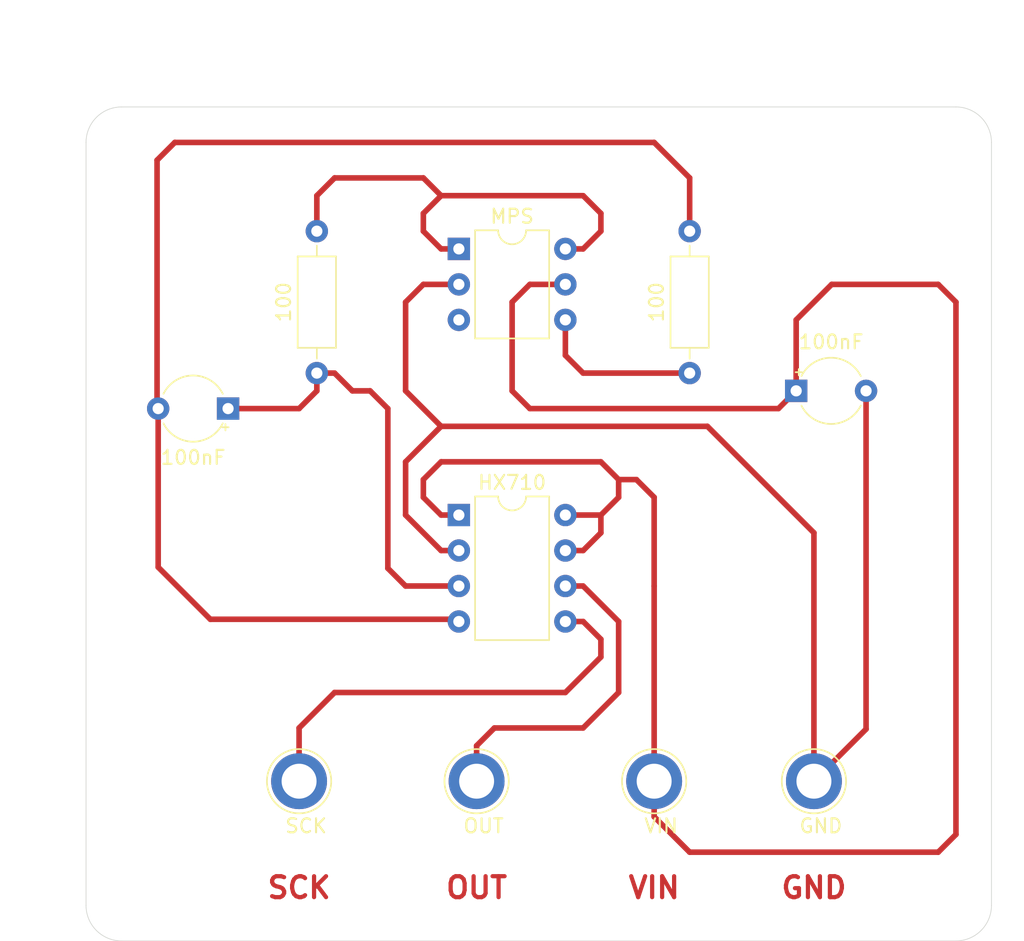
<source format=kicad_pcb>
(kicad_pcb (version 20171130) (host pcbnew 5.1.9+dfsg1-1)

  (general
    (thickness 1.6)
    (drawings 12)
    (tracks 94)
    (zones 0)
    (modules 10)
    (nets 1)
  )

  (page A4)
  (layers
    (0 F.Cu signal)
    (31 B.Cu signal)
    (32 B.Adhes user)
    (33 F.Adhes user)
    (34 B.Paste user)
    (35 F.Paste user)
    (36 B.SilkS user)
    (37 F.SilkS user)
    (38 B.Mask user)
    (39 F.Mask user)
    (40 Dwgs.User user)
    (41 Cmts.User user)
    (42 Eco1.User user)
    (43 Eco2.User user)
    (44 Edge.Cuts user)
    (45 Margin user)
    (46 B.CrtYd user)
    (47 F.CrtYd user)
    (48 B.Fab user)
    (49 F.Fab user)
  )

  (setup
    (last_trace_width 0.25)
    (user_trace_width 0.4)
    (trace_clearance 0.2)
    (zone_clearance 0.508)
    (zone_45_only no)
    (trace_min 0.2)
    (via_size 0.8)
    (via_drill 0.4)
    (via_min_size 0.4)
    (via_min_drill 0.3)
    (uvia_size 0.3)
    (uvia_drill 0.1)
    (uvias_allowed no)
    (uvia_min_size 0.2)
    (uvia_min_drill 0.1)
    (edge_width 0.05)
    (segment_width 0.2)
    (pcb_text_width 0.3)
    (pcb_text_size 1.5 1.5)
    (mod_edge_width 0.12)
    (mod_text_size 1 1)
    (mod_text_width 0.15)
    (pad_size 1.524 1.524)
    (pad_drill 0.762)
    (pad_to_mask_clearance 0)
    (aux_axis_origin 0 0)
    (visible_elements FFFFFF7F)
    (pcbplotparams
      (layerselection 0x01000_7fffffff)
      (usegerberextensions false)
      (usegerberattributes true)
      (usegerberadvancedattributes true)
      (creategerberjobfile true)
      (excludeedgelayer true)
      (linewidth 0.100000)
      (plotframeref false)
      (viasonmask false)
      (mode 1)
      (useauxorigin false)
      (hpglpennumber 1)
      (hpglpenspeed 20)
      (hpglpendiameter 15.000000)
      (psnegative false)
      (psa4output false)
      (plotreference false)
      (plotvalue false)
      (plotinvisibletext false)
      (padsonsilk false)
      (subtractmaskfromsilk false)
      (outputformat 1)
      (mirror false)
      (drillshape 0)
      (scaleselection 1)
      (outputdirectory "gerbers/"))
  )

  (net 0 "")

  (net_class Default "This is the default net class."
    (clearance 0.2)
    (trace_width 0.25)
    (via_dia 0.8)
    (via_drill 0.4)
    (uvia_dia 0.3)
    (uvia_drill 0.1)
  )

  (module TestPoint:TestPoint_Loop_D3.80mm_Drill2.5mm (layer F.Cu) (tedit 5A0F774F) (tstamp 60839C63)
    (at 113.03 90.17)
    (descr "wire loop as test point, loop diameter 3.8mm, hole diameter 2.5mm")
    (tags "test point wire loop bead")
    (fp_text reference GND (at 0.5 3.2) (layer F.SilkS)
      (effects (font (size 1 1) (thickness 0.15)))
    )
    (fp_text value TestPoint_Loop_D3.80mm_Drill2.5mm (at 0 -2.8) (layer F.Fab)
      (effects (font (size 1 1) (thickness 0.15)))
    )
    (fp_line (start -1.9 -0.3) (end -1.9 0.3) (layer F.Fab) (width 0.12))
    (fp_line (start -1.9 0.3) (end 1.9 0.3) (layer F.Fab) (width 0.12))
    (fp_line (start 1.9 0.3) (end 1.9 -0.3) (layer F.Fab) (width 0.12))
    (fp_line (start 1.9 -0.3) (end -1.9 -0.3) (layer F.Fab) (width 0.12))
    (fp_circle (center 0 0) (end 2.5 0) (layer F.CrtYd) (width 0.05))
    (fp_circle (center 0 0) (end 2.3 0) (layer F.SilkS) (width 0.12))
    (fp_text user %R (at 0.5 3.2) (layer F.Fab)
      (effects (font (size 1 1) (thickness 0.15)))
    )
    (pad 1 thru_hole circle (at 0 0) (size 4 4) (drill 2.5) (layers *.Cu *.Mask))
    (model ${KISYS3DMOD}/TestPoint.3dshapes/TestPoint_Loop_D3.80mm_Drill2.5mm.wrl
      (at (xyz 0 0 0))
      (scale (xyz 1 1 1))
      (rotate (xyz 0 0 0))
    )
  )

  (module TestPoint:TestPoint_Loop_D3.80mm_Drill2.5mm (layer F.Cu) (tedit 5A0F774F) (tstamp 60839C36)
    (at 101.6 90.17)
    (descr "wire loop as test point, loop diameter 3.8mm, hole diameter 2.5mm")
    (tags "test point wire loop bead")
    (fp_text reference VIN (at 0.5 3.2) (layer F.SilkS)
      (effects (font (size 1 1) (thickness 0.15)))
    )
    (fp_text value TestPoint_Loop_D3.80mm_Drill2.5mm (at 0 -2.8) (layer F.Fab)
      (effects (font (size 1 1) (thickness 0.15)))
    )
    (fp_line (start -1.9 -0.3) (end -1.9 0.3) (layer F.Fab) (width 0.12))
    (fp_line (start -1.9 0.3) (end 1.9 0.3) (layer F.Fab) (width 0.12))
    (fp_line (start 1.9 0.3) (end 1.9 -0.3) (layer F.Fab) (width 0.12))
    (fp_line (start 1.9 -0.3) (end -1.9 -0.3) (layer F.Fab) (width 0.12))
    (fp_circle (center 0 0) (end 2.5 0) (layer F.CrtYd) (width 0.05))
    (fp_circle (center 0 0) (end 2.3 0) (layer F.SilkS) (width 0.12))
    (fp_text user %R (at 0.5 3.2) (layer F.Fab)
      (effects (font (size 1 1) (thickness 0.15)))
    )
    (pad 1 thru_hole circle (at 0 0) (size 4 4) (drill 2.5) (layers *.Cu *.Mask))
    (model ${KISYS3DMOD}/TestPoint.3dshapes/TestPoint_Loop_D3.80mm_Drill2.5mm.wrl
      (at (xyz 0 0 0))
      (scale (xyz 1 1 1))
      (rotate (xyz 0 0 0))
    )
  )

  (module TestPoint:TestPoint_Loop_D3.80mm_Drill2.5mm (layer F.Cu) (tedit 5A0F774F) (tstamp 60839C09)
    (at 88.9 90.17)
    (descr "wire loop as test point, loop diameter 3.8mm, hole diameter 2.5mm")
    (tags "test point wire loop bead")
    (fp_text reference OUT (at 0.5 3.2) (layer F.SilkS)
      (effects (font (size 1 1) (thickness 0.15)))
    )
    (fp_text value TestPoint_Loop_D3.80mm_Drill2.5mm (at 0 -2.8) (layer F.Fab)
      (effects (font (size 1 1) (thickness 0.15)))
    )
    (fp_line (start -1.9 -0.3) (end -1.9 0.3) (layer F.Fab) (width 0.12))
    (fp_line (start -1.9 0.3) (end 1.9 0.3) (layer F.Fab) (width 0.12))
    (fp_line (start 1.9 0.3) (end 1.9 -0.3) (layer F.Fab) (width 0.12))
    (fp_line (start 1.9 -0.3) (end -1.9 -0.3) (layer F.Fab) (width 0.12))
    (fp_circle (center 0 0) (end 2.5 0) (layer F.CrtYd) (width 0.05))
    (fp_circle (center 0 0) (end 2.3 0) (layer F.SilkS) (width 0.12))
    (fp_text user %R (at 0.5 3.2) (layer F.Fab)
      (effects (font (size 1 1) (thickness 0.15)))
    )
    (pad 1 thru_hole circle (at 0 0) (size 4 4) (drill 2.5) (layers *.Cu *.Mask))
    (model ${KISYS3DMOD}/TestPoint.3dshapes/TestPoint_Loop_D3.80mm_Drill2.5mm.wrl
      (at (xyz 0 0 0))
      (scale (xyz 1 1 1))
      (rotate (xyz 0 0 0))
    )
  )

  (module TestPoint:TestPoint_Loop_D3.80mm_Drill2.5mm (layer F.Cu) (tedit 5A0F774F) (tstamp 60839BDC)
    (at 76.2 90.17)
    (descr "wire loop as test point, loop diameter 3.8mm, hole diameter 2.5mm")
    (tags "test point wire loop bead")
    (fp_text reference SCK (at 0.5 3.2) (layer F.SilkS)
      (effects (font (size 1 1) (thickness 0.15)))
    )
    (fp_text value TestPoint_Loop_D3.80mm_Drill2.5mm (at 0 -2.8) (layer F.Fab)
      (effects (font (size 1 1) (thickness 0.15)))
    )
    (fp_line (start -1.9 -0.3) (end -1.9 0.3) (layer F.Fab) (width 0.12))
    (fp_line (start -1.9 0.3) (end 1.9 0.3) (layer F.Fab) (width 0.12))
    (fp_line (start 1.9 0.3) (end 1.9 -0.3) (layer F.Fab) (width 0.12))
    (fp_line (start 1.9 -0.3) (end -1.9 -0.3) (layer F.Fab) (width 0.12))
    (fp_circle (center 0 0) (end 2.5 0) (layer F.CrtYd) (width 0.05))
    (fp_circle (center 0 0) (end 2.3 0) (layer F.SilkS) (width 0.12))
    (pad 1 thru_hole circle (at 0 0) (size 4 4) (drill 2.5) (layers *.Cu *.Mask))
    (model ${KISYS3DMOD}/TestPoint.3dshapes/TestPoint_Loop_D3.80mm_Drill2.5mm.wrl
      (at (xyz 0 0 0))
      (scale (xyz 1 1 1))
      (rotate (xyz 0 0 0))
    )
  )

  (module Capacitor_THT:CP_Radial_Tantal_D4.5mm_P5.00mm (layer F.Cu) (tedit 5AE50EF0) (tstamp 60839847)
    (at 71.12 63.5 180)
    (descr "CP, Radial_Tantal series, Radial, pin pitch=5.00mm, , diameter=4.5mm, Tantal Electrolytic Capacitor, http://cdn-reichelt.de/documents/datenblatt/B300/TANTAL-TB-Serie%23.pdf")
    (tags "CP Radial_Tantal series Radial pin pitch 5.00mm  diameter 4.5mm Tantal Electrolytic Capacitor")
    (fp_text reference 100nF (at 2.5 -3.5) (layer F.SilkS)
      (effects (font (size 1 1) (thickness 0.15)))
    )
    (fp_text value CP_Radial_Tantal_D4.5mm_P5.00mm (at 2.5 3.5) (layer F.Fab)
      (effects (font (size 1 1) (thickness 0.15)))
    )
    (fp_circle (center 2.5 0) (end 4.75 0) (layer F.Fab) (width 0.1))
    (fp_circle (center 2.5 0) (end 6.22 0) (layer F.CrtYd) (width 0.05))
    (fp_line (start 0.58192 -0.9775) (end 1.03192 -0.9775) (layer F.Fab) (width 0.1))
    (fp_line (start 0.80692 -1.2025) (end 0.80692 -0.7525) (layer F.Fab) (width 0.1))
    (fp_line (start -0.037288 -1.335) (end 0.412712 -1.335) (layer F.SilkS) (width 0.12))
    (fp_line (start 0.187712 -1.56) (end 0.187712 -1.11) (layer F.SilkS) (width 0.12))
    (fp_text user %R (at 2.5 0) (layer F.Fab)
      (effects (font (size 0.9 0.9) (thickness 0.135)))
    )
    (fp_arc (start 2.5 0) (end 0.380259 1.06) (angle -126.864288) (layer F.SilkS) (width 0.12))
    (fp_arc (start 2.5 0) (end 0.380259 -1.06) (angle 126.864288) (layer F.SilkS) (width 0.12))
    (pad 2 thru_hole circle (at 5 0 180) (size 1.6 1.6) (drill 0.8) (layers *.Cu *.Mask))
    (pad 1 thru_hole rect (at 0 0 180) (size 1.6 1.6) (drill 0.8) (layers *.Cu *.Mask))
    (model ${KISYS3DMOD}/Capacitor_THT.3dshapes/CP_Radial_Tantal_D4.5mm_P5.00mm.wrl
      (at (xyz 0 0 0))
      (scale (xyz 1 1 1))
      (rotate (xyz 0 0 0))
    )
  )

  (module Capacitor_THT:CP_Radial_Tantal_D4.5mm_P5.00mm (layer F.Cu) (tedit 5AE50EF0) (tstamp 6083980E)
    (at 111.76 62.23)
    (descr "CP, Radial_Tantal series, Radial, pin pitch=5.00mm, , diameter=4.5mm, Tantal Electrolytic Capacitor, http://cdn-reichelt.de/documents/datenblatt/B300/TANTAL-TB-Serie%23.pdf")
    (tags "CP Radial_Tantal series Radial pin pitch 5.00mm  diameter 4.5mm Tantal Electrolytic Capacitor")
    (fp_text reference 100nF (at 2.5 -3.5) (layer F.SilkS)
      (effects (font (size 1 1) (thickness 0.15)))
    )
    (fp_text value CP_Radial_Tantal_D4.5mm_P5.00mm (at 2.5 3.5) (layer F.Fab)
      (effects (font (size 1 1) (thickness 0.15)))
    )
    (fp_line (start 0.187712 -1.56) (end 0.187712 -1.11) (layer F.SilkS) (width 0.12))
    (fp_line (start -0.037288 -1.335) (end 0.412712 -1.335) (layer F.SilkS) (width 0.12))
    (fp_line (start 0.80692 -1.2025) (end 0.80692 -0.7525) (layer F.Fab) (width 0.1))
    (fp_line (start 0.58192 -0.9775) (end 1.03192 -0.9775) (layer F.Fab) (width 0.1))
    (fp_circle (center 2.5 0) (end 6.22 0) (layer F.CrtYd) (width 0.05))
    (fp_circle (center 2.5 0) (end 4.75 0) (layer F.Fab) (width 0.1))
    (fp_arc (start 2.5 0) (end 0.380259 -1.06) (angle 126.864288) (layer F.SilkS) (width 0.12))
    (fp_arc (start 2.5 0) (end 0.380259 1.06) (angle -126.864288) (layer F.SilkS) (width 0.12))
    (fp_text user %R (at 2.5 0) (layer F.Fab)
      (effects (font (size 0.9 0.9) (thickness 0.135)))
    )
    (pad 1 thru_hole rect (at 0 0) (size 1.6 1.6) (drill 0.8) (layers *.Cu *.Mask))
    (pad 2 thru_hole circle (at 5 0) (size 1.6 1.6) (drill 0.8) (layers *.Cu *.Mask))
    (model ${KISYS3DMOD}/Capacitor_THT.3dshapes/CP_Radial_Tantal_D4.5mm_P5.00mm.wrl
      (at (xyz 0 0 0))
      (scale (xyz 1 1 1))
      (rotate (xyz 0 0 0))
    )
  )

  (module Resistor_THT:R_Axial_DIN0207_L6.3mm_D2.5mm_P10.16mm_Horizontal (layer F.Cu) (tedit 5AE5139B) (tstamp 60831A45)
    (at 104.14 60.96 90)
    (descr "Resistor, Axial_DIN0207 series, Axial, Horizontal, pin pitch=10.16mm, 0.25W = 1/4W, length*diameter=6.3*2.5mm^2, http://cdn-reichelt.de/documents/datenblatt/B400/1_4W%23YAG.pdf")
    (tags "Resistor Axial_DIN0207 series Axial Horizontal pin pitch 10.16mm 0.25W = 1/4W length 6.3mm diameter 2.5mm")
    (fp_text reference 100 (at 5.08 -2.37 90) (layer F.SilkS)
      (effects (font (size 1 1) (thickness 0.15)))
    )
    (fp_text value R_Axial_DIN0207_L6.3mm_D2.5mm_P10.16mm_Horizontal (at 5.08 2.37 90) (layer F.Fab)
      (effects (font (size 1 1) (thickness 0.15)))
    )
    (fp_line (start 11.21 -1.5) (end -1.05 -1.5) (layer F.CrtYd) (width 0.05))
    (fp_line (start 11.21 1.5) (end 11.21 -1.5) (layer F.CrtYd) (width 0.05))
    (fp_line (start -1.05 1.5) (end 11.21 1.5) (layer F.CrtYd) (width 0.05))
    (fp_line (start -1.05 -1.5) (end -1.05 1.5) (layer F.CrtYd) (width 0.05))
    (fp_line (start 9.12 0) (end 8.35 0) (layer F.SilkS) (width 0.12))
    (fp_line (start 1.04 0) (end 1.81 0) (layer F.SilkS) (width 0.12))
    (fp_line (start 8.35 -1.37) (end 1.81 -1.37) (layer F.SilkS) (width 0.12))
    (fp_line (start 8.35 1.37) (end 8.35 -1.37) (layer F.SilkS) (width 0.12))
    (fp_line (start 1.81 1.37) (end 8.35 1.37) (layer F.SilkS) (width 0.12))
    (fp_line (start 1.81 -1.37) (end 1.81 1.37) (layer F.SilkS) (width 0.12))
    (fp_line (start 10.16 0) (end 8.23 0) (layer F.Fab) (width 0.1))
    (fp_line (start 0 0) (end 1.93 0) (layer F.Fab) (width 0.1))
    (fp_line (start 8.23 -1.25) (end 1.93 -1.25) (layer F.Fab) (width 0.1))
    (fp_line (start 8.23 1.25) (end 8.23 -1.25) (layer F.Fab) (width 0.1))
    (fp_line (start 1.93 1.25) (end 8.23 1.25) (layer F.Fab) (width 0.1))
    (fp_line (start 1.93 -1.25) (end 1.93 1.25) (layer F.Fab) (width 0.1))
    (fp_text user %R (at 5.08 0 90) (layer F.Fab)
      (effects (font (size 1 1) (thickness 0.15)))
    )
    (pad 1 thru_hole circle (at 0 0 90) (size 1.6 1.6) (drill 0.8) (layers *.Cu *.Mask))
    (pad 2 thru_hole oval (at 10.16 0 90) (size 1.6 1.6) (drill 0.8) (layers *.Cu *.Mask))
    (model ${KISYS3DMOD}/Resistor_THT.3dshapes/R_Axial_DIN0207_L6.3mm_D2.5mm_P10.16mm_Horizontal.wrl
      (at (xyz 0 0 0))
      (scale (xyz 1 1 1))
      (rotate (xyz 0 0 0))
    )
  )

  (module Resistor_THT:R_Axial_DIN0207_L6.3mm_D2.5mm_P10.16mm_Horizontal (layer F.Cu) (tedit 5AE5139B) (tstamp 608319EC)
    (at 77.47 60.96 90)
    (descr "Resistor, Axial_DIN0207 series, Axial, Horizontal, pin pitch=10.16mm, 0.25W = 1/4W, length*diameter=6.3*2.5mm^2, http://cdn-reichelt.de/documents/datenblatt/B400/1_4W%23YAG.pdf")
    (tags "Resistor Axial_DIN0207 series Axial Horizontal pin pitch 10.16mm 0.25W = 1/4W length 6.3mm diameter 2.5mm")
    (fp_text reference 100 (at 5.08 -2.37 90) (layer F.SilkS)
      (effects (font (size 1 1) (thickness 0.15)))
    )
    (fp_text value R_Axial_DIN0207_L6.3mm_D2.5mm_P10.16mm_Horizontal (at 5.08 2.37 90) (layer F.Fab)
      (effects (font (size 1 1) (thickness 0.15)))
    )
    (fp_line (start 11.21 -1.5) (end -1.05 -1.5) (layer F.CrtYd) (width 0.05))
    (fp_line (start 11.21 1.5) (end 11.21 -1.5) (layer F.CrtYd) (width 0.05))
    (fp_line (start -1.05 1.5) (end 11.21 1.5) (layer F.CrtYd) (width 0.05))
    (fp_line (start -1.05 -1.5) (end -1.05 1.5) (layer F.CrtYd) (width 0.05))
    (fp_line (start 9.12 0) (end 8.35 0) (layer F.SilkS) (width 0.12))
    (fp_line (start 1.04 0) (end 1.81 0) (layer F.SilkS) (width 0.12))
    (fp_line (start 8.35 -1.37) (end 1.81 -1.37) (layer F.SilkS) (width 0.12))
    (fp_line (start 8.35 1.37) (end 8.35 -1.37) (layer F.SilkS) (width 0.12))
    (fp_line (start 1.81 1.37) (end 8.35 1.37) (layer F.SilkS) (width 0.12))
    (fp_line (start 1.81 -1.37) (end 1.81 1.37) (layer F.SilkS) (width 0.12))
    (fp_line (start 10.16 0) (end 8.23 0) (layer F.Fab) (width 0.1))
    (fp_line (start 0 0) (end 1.93 0) (layer F.Fab) (width 0.1))
    (fp_line (start 8.23 -1.25) (end 1.93 -1.25) (layer F.Fab) (width 0.1))
    (fp_line (start 8.23 1.25) (end 8.23 -1.25) (layer F.Fab) (width 0.1))
    (fp_line (start 1.93 1.25) (end 8.23 1.25) (layer F.Fab) (width 0.1))
    (fp_line (start 1.93 -1.25) (end 1.93 1.25) (layer F.Fab) (width 0.1))
    (fp_text user 100 (at 5.08 0 90) (layer F.Fab)
      (effects (font (size 1 1) (thickness 0.15)))
    )
    (pad 1 thru_hole circle (at 0 0 90) (size 1.6 1.6) (drill 0.8) (layers *.Cu *.Mask))
    (pad 2 thru_hole oval (at 10.16 0 90) (size 1.6 1.6) (drill 0.8) (layers *.Cu *.Mask))
    (model ${KISYS3DMOD}/Resistor_THT.3dshapes/R_Axial_DIN0207_L6.3mm_D2.5mm_P10.16mm_Horizontal.wrl
      (at (xyz 0 0 0))
      (scale (xyz 1 1 1))
      (rotate (xyz 0 0 0))
    )
  )

  (module Package_DIP:DIP-8_W7.62mm (layer F.Cu) (tedit 5A02E8C5) (tstamp 60830A99)
    (at 87.63 71.12)
    (descr "8-lead though-hole mounted DIP package, row spacing 7.62 mm (300 mils)")
    (tags "THT DIP DIL PDIP 2.54mm 7.62mm 300mil")
    (fp_text reference HX710 (at 3.81 -2.33) (layer F.SilkS)
      (effects (font (size 1 1) (thickness 0.15)))
    )
    (fp_text value DIP-8_W7.62mm (at 3.81 9.95) (layer F.Fab)
      (effects (font (size 1 1) (thickness 0.15)))
    )
    (fp_line (start 8.7 -1.55) (end -1.1 -1.55) (layer F.CrtYd) (width 0.05))
    (fp_line (start 8.7 9.15) (end 8.7 -1.55) (layer F.CrtYd) (width 0.05))
    (fp_line (start -1.1 9.15) (end 8.7 9.15) (layer F.CrtYd) (width 0.05))
    (fp_line (start -1.1 -1.55) (end -1.1 9.15) (layer F.CrtYd) (width 0.05))
    (fp_line (start 6.46 -1.33) (end 4.81 -1.33) (layer F.SilkS) (width 0.12))
    (fp_line (start 6.46 8.95) (end 6.46 -1.33) (layer F.SilkS) (width 0.12))
    (fp_line (start 1.16 8.95) (end 6.46 8.95) (layer F.SilkS) (width 0.12))
    (fp_line (start 1.16 -1.33) (end 1.16 8.95) (layer F.SilkS) (width 0.12))
    (fp_line (start 2.81 -1.33) (end 1.16 -1.33) (layer F.SilkS) (width 0.12))
    (fp_line (start 0.635 -0.27) (end 1.635 -1.27) (layer F.Fab) (width 0.1))
    (fp_line (start 0.635 8.89) (end 0.635 -0.27) (layer F.Fab) (width 0.1))
    (fp_line (start 6.985 8.89) (end 0.635 8.89) (layer F.Fab) (width 0.1))
    (fp_line (start 6.985 -1.27) (end 6.985 8.89) (layer F.Fab) (width 0.1))
    (fp_line (start 1.635 -1.27) (end 6.985 -1.27) (layer F.Fab) (width 0.1))
    (fp_arc (start 3.81 -1.33) (end 2.81 -1.33) (angle -180) (layer F.SilkS) (width 0.12))
    (fp_text user %R (at 3.81 3.81) (layer F.Fab)
      (effects (font (size 1 1) (thickness 0.15)))
    )
    (pad 1 thru_hole rect (at 0 0) (size 1.6 1.6) (drill 0.8) (layers *.Cu *.Mask))
    (pad 5 thru_hole oval (at 7.62 7.62) (size 1.6 1.6) (drill 0.8) (layers *.Cu *.Mask))
    (pad 2 thru_hole oval (at 0 2.54) (size 1.6 1.6) (drill 0.8) (layers *.Cu *.Mask))
    (pad 6 thru_hole oval (at 7.62 5.08) (size 1.6 1.6) (drill 0.8) (layers *.Cu *.Mask))
    (pad 3 thru_hole oval (at 0 5.08) (size 1.6 1.6) (drill 0.8) (layers *.Cu *.Mask))
    (pad 7 thru_hole oval (at 7.62 2.54) (size 1.6 1.6) (drill 0.8) (layers *.Cu *.Mask))
    (pad 4 thru_hole oval (at 0 7.62) (size 1.6 1.6) (drill 0.8) (layers *.Cu *.Mask))
    (pad 8 thru_hole oval (at 7.62 0) (size 1.6 1.6) (drill 0.8) (layers *.Cu *.Mask))
    (model ${KISYS3DMOD}/Package_DIP.3dshapes/DIP-8_W7.62mm.wrl
      (at (xyz 0 0 0))
      (scale (xyz 1 1 1))
      (rotate (xyz 0 0 0))
    )
  )

  (module Package_DIP:DIP-6_W7.62mm (layer F.Cu) (tedit 5A02E8C5) (tstamp 6082FB93)
    (at 87.63 52.07)
    (descr "6-lead though-hole mounted DIP package, row spacing 7.62 mm (300 mils)")
    (tags "THT DIP DIL PDIP 2.54mm 7.62mm 300mil")
    (fp_text reference MPS (at 3.81 -2.33) (layer F.SilkS)
      (effects (font (size 1 1) (thickness 0.15)))
    )
    (fp_text value DIP-6_W7.62mm (at 3.81 7.41) (layer F.Fab)
      (effects (font (size 1 1) (thickness 0.15)))
    )
    (fp_line (start 1.635 -1.27) (end 6.985 -1.27) (layer F.Fab) (width 0.1))
    (fp_line (start 6.985 -1.27) (end 6.985 6.35) (layer F.Fab) (width 0.1))
    (fp_line (start 6.985 6.35) (end 0.635 6.35) (layer F.Fab) (width 0.1))
    (fp_line (start 0.635 6.35) (end 0.635 -0.27) (layer F.Fab) (width 0.1))
    (fp_line (start 0.635 -0.27) (end 1.635 -1.27) (layer F.Fab) (width 0.1))
    (fp_line (start 2.81 -1.33) (end 1.16 -1.33) (layer F.SilkS) (width 0.12))
    (fp_line (start 1.16 -1.33) (end 1.16 6.41) (layer F.SilkS) (width 0.12))
    (fp_line (start 1.16 6.41) (end 6.46 6.41) (layer F.SilkS) (width 0.12))
    (fp_line (start 6.46 6.41) (end 6.46 -1.33) (layer F.SilkS) (width 0.12))
    (fp_line (start 6.46 -1.33) (end 4.81 -1.33) (layer F.SilkS) (width 0.12))
    (fp_line (start -1.1 -1.55) (end -1.1 6.6) (layer F.CrtYd) (width 0.05))
    (fp_line (start -1.1 6.6) (end 8.7 6.6) (layer F.CrtYd) (width 0.05))
    (fp_line (start 8.7 6.6) (end 8.7 -1.55) (layer F.CrtYd) (width 0.05))
    (fp_line (start 8.7 -1.55) (end -1.1 -1.55) (layer F.CrtYd) (width 0.05))
    (fp_text user %R (at 3.81 2.54) (layer F.Fab)
      (effects (font (size 1 1) (thickness 0.15)))
    )
    (fp_arc (start 3.81 -1.33) (end 2.81 -1.33) (angle -180) (layer F.SilkS) (width 0.12))
    (pad 6 thru_hole oval (at 7.62 0) (size 1.6 1.6) (drill 0.8) (layers *.Cu *.Mask))
    (pad 3 thru_hole oval (at 0 5.08) (size 1.6 1.6) (drill 0.8) (layers *.Cu *.Mask))
    (pad 5 thru_hole oval (at 7.62 2.54) (size 1.6 1.6) (drill 0.8) (layers *.Cu *.Mask))
    (pad 2 thru_hole oval (at 0 2.54) (size 1.6 1.6) (drill 0.8) (layers *.Cu *.Mask))
    (pad 4 thru_hole oval (at 7.62 5.08) (size 1.6 1.6) (drill 0.8) (layers *.Cu *.Mask))
    (pad 1 thru_hole rect (at 0 0) (size 1.6 1.6) (drill 0.8) (layers *.Cu *.Mask))
    (model ${KISYS3DMOD}/Package_DIP.3dshapes/DIP-6_W7.62mm.wrl
      (at (xyz 0 0 0))
      (scale (xyz 1 1 1))
      (rotate (xyz 0 0 0))
    )
  )

  (gr_line (start 60.96 99.06) (end 60.96 44.45) (layer Edge.Cuts) (width 0.05) (tstamp 60837221))
  (gr_line (start 123.19 101.6) (end 63.5 101.6) (layer Edge.Cuts) (width 0.05) (tstamp 60837220))
  (gr_line (start 125.73 44.45) (end 125.73 99.06) (layer Edge.Cuts) (width 0.05) (tstamp 6083721F))
  (gr_line (start 63.5 41.91) (end 123.19 41.91) (layer Edge.Cuts) (width 0.05) (tstamp 6083721E))
  (gr_arc (start 63.5 44.45) (end 63.5 41.91) (angle -90) (layer Edge.Cuts) (width 0.05))
  (gr_arc (start 63.5 99.06) (end 60.96 99.06) (angle -90) (layer Edge.Cuts) (width 0.05))
  (gr_arc (start 123.19 99.06) (end 123.19 101.6) (angle -90) (layer Edge.Cuts) (width 0.05))
  (gr_arc (start 123.19 44.45) (end 125.73 44.45) (angle -90) (layer Edge.Cuts) (width 0.05))
  (gr_text GND (at 113.03 97.79) (layer F.Cu)
    (effects (font (size 1.5 1.5) (thickness 0.3)))
  )
  (gr_text VIN (at 101.6 97.79) (layer F.Cu)
    (effects (font (size 1.5 1.5) (thickness 0.3)))
  )
  (gr_text "OUT\n" (at 88.9 97.79) (layer F.Cu)
    (effects (font (size 1.5 1.5) (thickness 0.3)))
  )
  (gr_text "SCK\n" (at 76.2 97.79) (layer F.Cu)
    (effects (font (size 1.5 1.5) (thickness 0.3)))
  )

  (segment (start 87.63 52.07) (end 86.36 52.07) (width 0.4) (layer F.Cu) (net 0))
  (segment (start 86.36 52.07) (end 85.09 50.8) (width 0.4) (layer F.Cu) (net 0))
  (segment (start 85.09 50.8) (end 85.09 49.53) (width 0.4) (layer F.Cu) (net 0))
  (segment (start 85.09 49.53) (end 86.36 48.26) (width 0.4) (layer F.Cu) (net 0))
  (segment (start 86.36 48.26) (end 96.52 48.26) (width 0.4) (layer F.Cu) (net 0))
  (segment (start 96.52 48.26) (end 97.79 49.53) (width 0.4) (layer F.Cu) (net 0))
  (segment (start 97.79 49.53) (end 97.79 50.8) (width 0.4) (layer F.Cu) (net 0))
  (segment (start 97.79 50.8) (end 96.52 52.07) (width 0.4) (layer F.Cu) (net 0))
  (segment (start 96.52 52.07) (end 95.25 52.07) (width 0.4) (layer F.Cu) (net 0))
  (segment (start 85.09 46.99) (end 86.36 48.26) (width 0.4) (layer F.Cu) (net 0))
  (segment (start 78.74 46.99) (end 85.09 46.99) (width 0.4) (layer F.Cu) (net 0))
  (segment (start 77.47 48.26) (end 78.74 46.99) (width 0.4) (layer F.Cu) (net 0))
  (segment (start 77.47 50.8) (end 77.47 48.26) (width 0.4) (layer F.Cu) (net 0))
  (segment (start 77.47 60.96) (end 78.74 60.96) (width 0.4) (layer F.Cu) (net 0))
  (segment (start 78.74 60.96) (end 80.01 62.23) (width 0.4) (layer F.Cu) (net 0))
  (segment (start 95.25 57.15) (end 95.25 59.69) (width 0.4) (layer F.Cu) (net 0))
  (segment (start 96.52 60.96) (end 104.14 60.96) (width 0.4) (layer F.Cu) (net 0))
  (segment (start 95.25 59.69) (end 96.52 60.96) (width 0.4) (layer F.Cu) (net 0))
  (segment (start 87.63 71.12) (end 86.36 71.12) (width 0.4) (layer F.Cu) (net 0))
  (segment (start 86.36 71.12) (end 85.09 69.85) (width 0.4) (layer F.Cu) (net 0))
  (segment (start 85.09 69.85) (end 85.09 68.58) (width 0.4) (layer F.Cu) (net 0))
  (segment (start 85.09 68.58) (end 86.36 67.31) (width 0.4) (layer F.Cu) (net 0))
  (segment (start 86.36 67.31) (end 97.79 67.31) (width 0.4) (layer F.Cu) (net 0))
  (segment (start 97.79 67.31) (end 99.06 68.58) (width 0.4) (layer F.Cu) (net 0))
  (segment (start 99.06 68.58) (end 99.06 69.85) (width 0.4) (layer F.Cu) (net 0))
  (segment (start 99.06 69.85) (end 97.79 71.12) (width 0.4) (layer F.Cu) (net 0))
  (segment (start 97.79 71.12) (end 95.25 71.12) (width 0.4) (layer F.Cu) (net 0))
  (segment (start 97.79 71.12) (end 97.79 72.39) (width 0.4) (layer F.Cu) (net 0))
  (segment (start 97.79 72.39) (end 96.52 73.66) (width 0.4) (layer F.Cu) (net 0))
  (segment (start 96.52 73.66) (end 95.25 73.66) (width 0.4) (layer F.Cu) (net 0))
  (segment (start 95.25 78.74) (end 96.52 78.74) (width 0.4) (layer F.Cu) (net 0))
  (segment (start 96.52 78.74) (end 97.79 80.01) (width 0.4) (layer F.Cu) (net 0))
  (segment (start 97.79 80.01) (end 97.79 81.28) (width 0.4) (layer F.Cu) (net 0))
  (segment (start 97.79 81.28) (end 95.25 83.82) (width 0.4) (layer F.Cu) (net 0))
  (segment (start 90.17 86.36) (end 88.9 87.63) (width 0.4) (layer F.Cu) (net 0))
  (segment (start 88.9 87.63) (end 88.9 90.17) (width 0.4) (layer F.Cu) (net 0))
  (segment (start 96.52 86.36) (end 90.17 86.36) (width 0.4) (layer F.Cu) (net 0))
  (segment (start 99.06 78.74) (end 99.06 83.82) (width 0.4) (layer F.Cu) (net 0))
  (segment (start 96.52 76.2) (end 99.06 78.74) (width 0.4) (layer F.Cu) (net 0))
  (segment (start 99.06 83.82) (end 96.52 86.36) (width 0.4) (layer F.Cu) (net 0))
  (segment (start 95.25 76.2) (end 96.52 76.2) (width 0.4) (layer F.Cu) (net 0))
  (segment (start 80.01 62.23) (end 81.28 62.23) (width 0.4) (layer F.Cu) (net 0))
  (segment (start 81.28 62.23) (end 82.55 63.5) (width 0.4) (layer F.Cu) (net 0))
  (segment (start 82.55 63.5) (end 82.55 74.93) (width 0.4) (layer F.Cu) (net 0))
  (segment (start 82.55 74.93) (end 83.82 76.2) (width 0.4) (layer F.Cu) (net 0))
  (segment (start 83.82 76.2) (end 87.63 76.2) (width 0.4) (layer F.Cu) (net 0))
  (segment (start 83.82 71.12) (end 83.82 67.31) (width 0.4) (layer F.Cu) (net 0))
  (segment (start 86.36 73.66) (end 83.82 71.12) (width 0.4) (layer F.Cu) (net 0))
  (segment (start 83.82 67.31) (end 86.36 64.77) (width 0.4) (layer F.Cu) (net 0))
  (segment (start 87.63 73.66) (end 86.36 73.66) (width 0.4) (layer F.Cu) (net 0))
  (segment (start 87.63 54.61) (end 85.09 54.61) (width 0.4) (layer F.Cu) (net 0))
  (segment (start 85.09 54.61) (end 83.82 55.88) (width 0.4) (layer F.Cu) (net 0))
  (segment (start 83.82 55.88) (end 83.82 62.23) (width 0.4) (layer F.Cu) (net 0))
  (segment (start 83.82 62.23) (end 86.36 64.77) (width 0.4) (layer F.Cu) (net 0))
  (segment (start 99.06 68.58) (end 100.33 68.58) (width 0.4) (layer F.Cu) (net 0))
  (segment (start 101.6 69.85) (end 101.6 76.2) (width 0.4) (layer F.Cu) (net 0))
  (segment (start 100.33 68.58) (end 101.6 69.85) (width 0.4) (layer F.Cu) (net 0))
  (segment (start 101.6 76.2) (end 101.6 90.17) (width 0.4) (layer F.Cu) (net 0))
  (segment (start 121.92 95.25) (end 104.14 95.25) (width 0.4) (layer F.Cu) (net 0))
  (segment (start 123.19 93.98) (end 121.92 95.25) (width 0.4) (layer F.Cu) (net 0))
  (segment (start 101.6 92.71) (end 101.6 90.17) (width 0.4) (layer F.Cu) (net 0))
  (segment (start 123.19 55.88) (end 123.19 93.98) (width 0.4) (layer F.Cu) (net 0))
  (segment (start 121.92 54.61) (end 123.19 55.88) (width 0.4) (layer F.Cu) (net 0))
  (segment (start 104.14 95.25) (end 101.6 92.71) (width 0.4) (layer F.Cu) (net 0))
  (segment (start 114.3 54.61) (end 121.92 54.61) (width 0.4) (layer F.Cu) (net 0))
  (segment (start 111.76 57.15) (end 114.3 54.61) (width 0.4) (layer F.Cu) (net 0))
  (segment (start 111.76 62.23) (end 111.76 57.15) (width 0.4) (layer F.Cu) (net 0))
  (segment (start 110.49 63.5) (end 111.76 62.23) (width 0.4) (layer F.Cu) (net 0))
  (segment (start 92.71 63.5) (end 110.49 63.5) (width 0.4) (layer F.Cu) (net 0))
  (segment (start 91.44 62.23) (end 92.71 63.5) (width 0.4) (layer F.Cu) (net 0))
  (segment (start 91.44 55.88) (end 91.44 62.23) (width 0.4) (layer F.Cu) (net 0))
  (segment (start 92.71 54.61) (end 91.44 55.88) (width 0.4) (layer F.Cu) (net 0))
  (segment (start 95.25 54.61) (end 92.71 54.61) (width 0.4) (layer F.Cu) (net 0))
  (segment (start 113.03 72.39) (end 113.03 90.17) (width 0.4) (layer F.Cu) (net 0))
  (segment (start 105.41 64.77) (end 113.03 72.39) (width 0.4) (layer F.Cu) (net 0))
  (segment (start 86.36 64.77) (end 105.41 64.77) (width 0.4) (layer F.Cu) (net 0))
  (segment (start 77.47 60.96) (end 77.47 62.23) (width 0.4) (layer F.Cu) (net 0))
  (segment (start 77.47 62.23) (end 76.2 63.5) (width 0.4) (layer F.Cu) (net 0))
  (segment (start 76.2 63.5) (end 71.12 63.5) (width 0.4) (layer F.Cu) (net 0))
  (segment (start 67.31 44.45) (end 66.04 45.72) (width 0.4) (layer F.Cu) (net 0))
  (segment (start 66.04 63.42) (end 66.12 63.5) (width 0.4) (layer F.Cu) (net 0))
  (segment (start 66.04 45.72) (end 66.04 63.42) (width 0.4) (layer F.Cu) (net 0))
  (segment (start 101.6 44.45) (end 67.31 44.45) (width 0.4) (layer F.Cu) (net 0))
  (segment (start 104.14 46.99) (end 101.6 44.45) (width 0.4) (layer F.Cu) (net 0))
  (segment (start 104.14 50.8) (end 104.14 46.99) (width 0.4) (layer F.Cu) (net 0))
  (segment (start 87.47 78.58) (end 87.63 78.74) (width 0.4) (layer F.Cu) (net 0))
  (segment (start 69.85 78.58) (end 87.47 78.58) (width 0.4) (layer F.Cu) (net 0))
  (segment (start 66.12 74.85) (end 69.85 78.58) (width 0.4) (layer F.Cu) (net 0))
  (segment (start 66.12 63.5) (end 66.12 74.85) (width 0.4) (layer F.Cu) (net 0))
  (segment (start 116.76 86.44) (end 113.03 90.17) (width 0.4) (layer F.Cu) (net 0))
  (segment (start 116.76 62.23) (end 116.76 86.44) (width 0.4) (layer F.Cu) (net 0))
  (segment (start 95.25 83.82) (end 78.74 83.82) (width 0.4) (layer F.Cu) (net 0))
  (segment (start 76.2 86.36) (end 76.2 90.17) (width 0.4) (layer F.Cu) (net 0))
  (segment (start 78.74 83.82) (end 76.2 86.36) (width 0.4) (layer F.Cu) (net 0))

)

</source>
